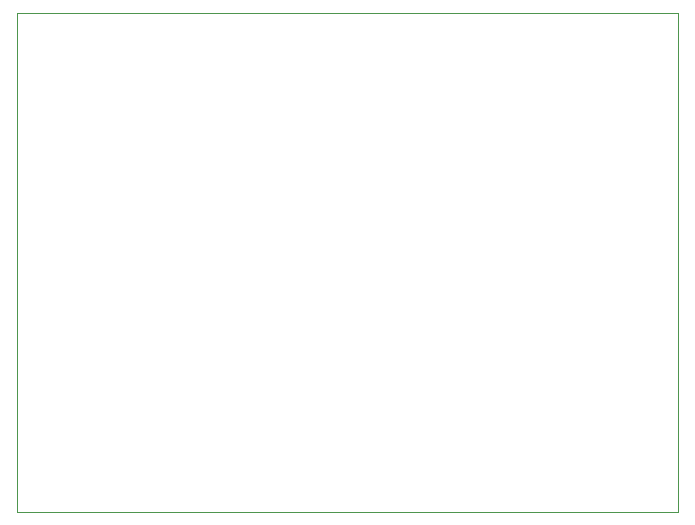
<source format=gbr>
G04 #@! TF.FileFunction,Profile,NP*
%FSLAX46Y46*%
G04 Gerber Fmt 4.6, Leading zero omitted, Abs format (unit mm)*
G04 Created by KiCad (PCBNEW (2015-07-31 BZR 6030)-product) date Sat Sep 12 09:45:30 2015*
%MOMM*%
G01*
G04 APERTURE LIST*
%ADD10C,0.100000*%
G04 APERTURE END LIST*
D10*
X125020600Y-125437200D02*
X125020600Y-83171600D01*
X126697000Y-125437200D02*
X125020600Y-125437200D01*
X181002200Y-125437200D02*
X126697000Y-125437200D01*
X181002200Y-83171600D02*
X181002200Y-125437200D01*
X125071400Y-83171600D02*
X181002200Y-83171600D01*
M02*

</source>
